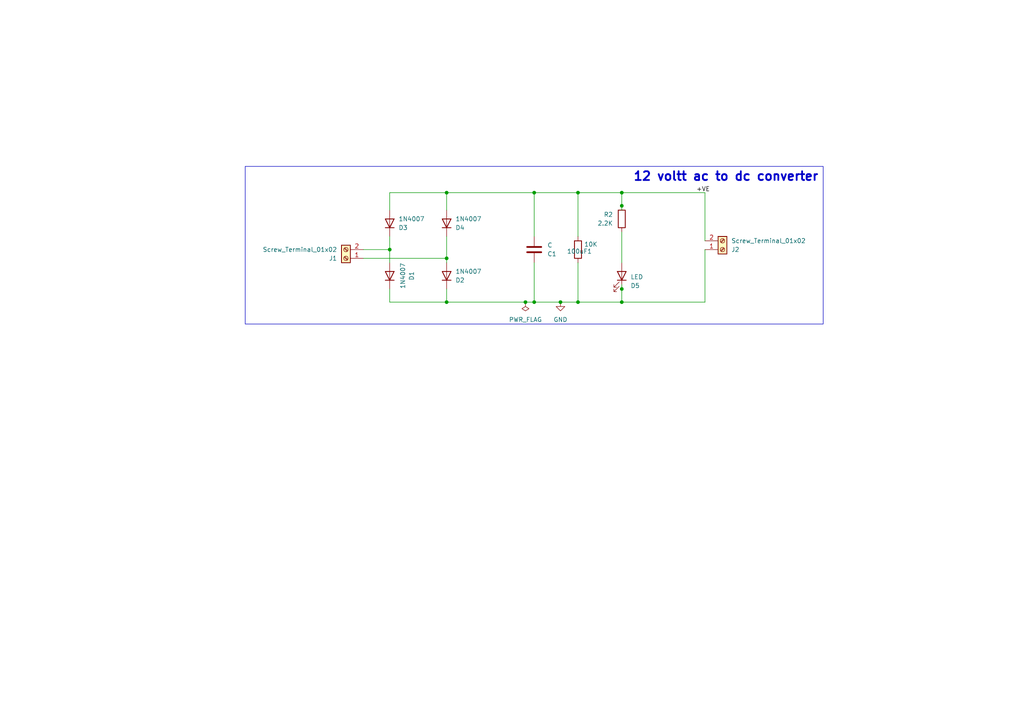
<source format=kicad_sch>
(kicad_sch
	(version 20231120)
	(generator "eeschema")
	(generator_version "8.0")
	(uuid "4e5444ec-5080-4aef-beec-c01bf9012081")
	(paper "A4")
	(title_block
		(title "ACtoDCconverter")
		(date "2024-12-30")
	)
	(lib_symbols
		(symbol "Connector:Screw_Terminal_01x02"
			(pin_names
				(offset 1.016) hide)
			(exclude_from_sim no)
			(in_bom yes)
			(on_board yes)
			(property "Reference" "J"
				(at 0 2.54 0)
				(effects
					(font
						(size 1.27 1.27)
					)
				)
			)
			(property "Value" "Screw_Terminal_01x02"
				(at 0 -5.08 0)
				(effects
					(font
						(size 1.27 1.27)
					)
				)
			)
			(property "Footprint" ""
				(at 0 0 0)
				(effects
					(font
						(size 1.27 1.27)
					)
					(hide yes)
				)
			)
			(property "Datasheet" "~"
				(at 0 0 0)
				(effects
					(font
						(size 1.27 1.27)
					)
					(hide yes)
				)
			)
			(property "Description" "Generic screw terminal, single row, 01x02, script generated (kicad-library-utils/schlib/autogen/connector/)"
				(at 0 0 0)
				(effects
					(font
						(size 1.27 1.27)
					)
					(hide yes)
				)
			)
			(property "ki_keywords" "screw terminal"
				(at 0 0 0)
				(effects
					(font
						(size 1.27 1.27)
					)
					(hide yes)
				)
			)
			(property "ki_fp_filters" "TerminalBlock*:*"
				(at 0 0 0)
				(effects
					(font
						(size 1.27 1.27)
					)
					(hide yes)
				)
			)
			(symbol "Screw_Terminal_01x02_1_1"
				(rectangle
					(start -1.27 1.27)
					(end 1.27 -3.81)
					(stroke
						(width 0.254)
						(type default)
					)
					(fill
						(type background)
					)
				)
				(circle
					(center 0 -2.54)
					(radius 0.635)
					(stroke
						(width 0.1524)
						(type default)
					)
					(fill
						(type none)
					)
				)
				(polyline
					(pts
						(xy -0.5334 -2.2098) (xy 0.3302 -3.048)
					)
					(stroke
						(width 0.1524)
						(type default)
					)
					(fill
						(type none)
					)
				)
				(polyline
					(pts
						(xy -0.5334 0.3302) (xy 0.3302 -0.508)
					)
					(stroke
						(width 0.1524)
						(type default)
					)
					(fill
						(type none)
					)
				)
				(polyline
					(pts
						(xy -0.3556 -2.032) (xy 0.508 -2.8702)
					)
					(stroke
						(width 0.1524)
						(type default)
					)
					(fill
						(type none)
					)
				)
				(polyline
					(pts
						(xy -0.3556 0.508) (xy 0.508 -0.3302)
					)
					(stroke
						(width 0.1524)
						(type default)
					)
					(fill
						(type none)
					)
				)
				(circle
					(center 0 0)
					(radius 0.635)
					(stroke
						(width 0.1524)
						(type default)
					)
					(fill
						(type none)
					)
				)
				(pin passive line
					(at -5.08 0 0)
					(length 3.81)
					(name "Pin_1"
						(effects
							(font
								(size 1.27 1.27)
							)
						)
					)
					(number "1"
						(effects
							(font
								(size 1.27 1.27)
							)
						)
					)
				)
				(pin passive line
					(at -5.08 -2.54 0)
					(length 3.81)
					(name "Pin_2"
						(effects
							(font
								(size 1.27 1.27)
							)
						)
					)
					(number "2"
						(effects
							(font
								(size 1.27 1.27)
							)
						)
					)
				)
			)
		)
		(symbol "Device:C"
			(pin_numbers hide)
			(pin_names
				(offset 0.254)
			)
			(exclude_from_sim no)
			(in_bom yes)
			(on_board yes)
			(property "Reference" "C"
				(at 0.635 2.54 0)
				(effects
					(font
						(size 1.27 1.27)
					)
					(justify left)
				)
			)
			(property "Value" "C"
				(at 0.635 -2.54 0)
				(effects
					(font
						(size 1.27 1.27)
					)
					(justify left)
				)
			)
			(property "Footprint" ""
				(at 0.9652 -3.81 0)
				(effects
					(font
						(size 1.27 1.27)
					)
					(hide yes)
				)
			)
			(property "Datasheet" "~"
				(at 0 0 0)
				(effects
					(font
						(size 1.27 1.27)
					)
					(hide yes)
				)
			)
			(property "Description" "Unpolarized capacitor"
				(at 0 0 0)
				(effects
					(font
						(size 1.27 1.27)
					)
					(hide yes)
				)
			)
			(property "ki_keywords" "cap capacitor"
				(at 0 0 0)
				(effects
					(font
						(size 1.27 1.27)
					)
					(hide yes)
				)
			)
			(property "ki_fp_filters" "C_*"
				(at 0 0 0)
				(effects
					(font
						(size 1.27 1.27)
					)
					(hide yes)
				)
			)
			(symbol "C_0_1"
				(polyline
					(pts
						(xy -2.032 -0.762) (xy 2.032 -0.762)
					)
					(stroke
						(width 0.508)
						(type default)
					)
					(fill
						(type none)
					)
				)
				(polyline
					(pts
						(xy -2.032 0.762) (xy 2.032 0.762)
					)
					(stroke
						(width 0.508)
						(type default)
					)
					(fill
						(type none)
					)
				)
			)
			(symbol "C_1_1"
				(pin passive line
					(at 0 3.81 270)
					(length 2.794)
					(name "~"
						(effects
							(font
								(size 1.27 1.27)
							)
						)
					)
					(number "1"
						(effects
							(font
								(size 1.27 1.27)
							)
						)
					)
				)
				(pin passive line
					(at 0 -3.81 90)
					(length 2.794)
					(name "~"
						(effects
							(font
								(size 1.27 1.27)
							)
						)
					)
					(number "2"
						(effects
							(font
								(size 1.27 1.27)
							)
						)
					)
				)
			)
		)
		(symbol "Device:LED"
			(pin_numbers hide)
			(pin_names
				(offset 1.016) hide)
			(exclude_from_sim no)
			(in_bom yes)
			(on_board yes)
			(property "Reference" "D"
				(at 0 2.54 0)
				(effects
					(font
						(size 1.27 1.27)
					)
				)
			)
			(property "Value" "LED"
				(at 0 -2.54 0)
				(effects
					(font
						(size 1.27 1.27)
					)
				)
			)
			(property "Footprint" ""
				(at 0 0 0)
				(effects
					(font
						(size 1.27 1.27)
					)
					(hide yes)
				)
			)
			(property "Datasheet" "~"
				(at 0 0 0)
				(effects
					(font
						(size 1.27 1.27)
					)
					(hide yes)
				)
			)
			(property "Description" "Light emitting diode"
				(at 0 0 0)
				(effects
					(font
						(size 1.27 1.27)
					)
					(hide yes)
				)
			)
			(property "ki_keywords" "LED diode"
				(at 0 0 0)
				(effects
					(font
						(size 1.27 1.27)
					)
					(hide yes)
				)
			)
			(property "ki_fp_filters" "LED* LED_SMD:* LED_THT:*"
				(at 0 0 0)
				(effects
					(font
						(size 1.27 1.27)
					)
					(hide yes)
				)
			)
			(symbol "LED_0_1"
				(polyline
					(pts
						(xy -1.27 -1.27) (xy -1.27 1.27)
					)
					(stroke
						(width 0.254)
						(type default)
					)
					(fill
						(type none)
					)
				)
				(polyline
					(pts
						(xy -1.27 0) (xy 1.27 0)
					)
					(stroke
						(width 0)
						(type default)
					)
					(fill
						(type none)
					)
				)
				(polyline
					(pts
						(xy 1.27 -1.27) (xy 1.27 1.27) (xy -1.27 0) (xy 1.27 -1.27)
					)
					(stroke
						(width 0.254)
						(type default)
					)
					(fill
						(type none)
					)
				)
				(polyline
					(pts
						(xy -3.048 -0.762) (xy -4.572 -2.286) (xy -3.81 -2.286) (xy -4.572 -2.286) (xy -4.572 -1.524)
					)
					(stroke
						(width 0)
						(type default)
					)
					(fill
						(type none)
					)
				)
				(polyline
					(pts
						(xy -1.778 -0.762) (xy -3.302 -2.286) (xy -2.54 -2.286) (xy -3.302 -2.286) (xy -3.302 -1.524)
					)
					(stroke
						(width 0)
						(type default)
					)
					(fill
						(type none)
					)
				)
			)
			(symbol "LED_1_1"
				(pin passive line
					(at -3.81 0 0)
					(length 2.54)
					(name "K"
						(effects
							(font
								(size 1.27 1.27)
							)
						)
					)
					(number "1"
						(effects
							(font
								(size 1.27 1.27)
							)
						)
					)
				)
				(pin passive line
					(at 3.81 0 180)
					(length 2.54)
					(name "A"
						(effects
							(font
								(size 1.27 1.27)
							)
						)
					)
					(number "2"
						(effects
							(font
								(size 1.27 1.27)
							)
						)
					)
				)
			)
		)
		(symbol "Device:R"
			(pin_numbers hide)
			(pin_names
				(offset 0)
			)
			(exclude_from_sim no)
			(in_bom yes)
			(on_board yes)
			(property "Reference" "R"
				(at 2.032 0 90)
				(effects
					(font
						(size 1.27 1.27)
					)
				)
			)
			(property "Value" "R"
				(at 0 0 90)
				(effects
					(font
						(size 1.27 1.27)
					)
				)
			)
			(property "Footprint" ""
				(at -1.778 0 90)
				(effects
					(font
						(size 1.27 1.27)
					)
					(hide yes)
				)
			)
			(property "Datasheet" "~"
				(at 0 0 0)
				(effects
					(font
						(size 1.27 1.27)
					)
					(hide yes)
				)
			)
			(property "Description" "Resistor"
				(at 0 0 0)
				(effects
					(font
						(size 1.27 1.27)
					)
					(hide yes)
				)
			)
			(property "ki_keywords" "R res resistor"
				(at 0 0 0)
				(effects
					(font
						(size 1.27 1.27)
					)
					(hide yes)
				)
			)
			(property "ki_fp_filters" "R_*"
				(at 0 0 0)
				(effects
					(font
						(size 1.27 1.27)
					)
					(hide yes)
				)
			)
			(symbol "R_0_1"
				(rectangle
					(start -1.016 -2.54)
					(end 1.016 2.54)
					(stroke
						(width 0.254)
						(type default)
					)
					(fill
						(type none)
					)
				)
			)
			(symbol "R_1_1"
				(pin passive line
					(at 0 3.81 270)
					(length 1.27)
					(name "~"
						(effects
							(font
								(size 1.27 1.27)
							)
						)
					)
					(number "1"
						(effects
							(font
								(size 1.27 1.27)
							)
						)
					)
				)
				(pin passive line
					(at 0 -3.81 90)
					(length 1.27)
					(name "~"
						(effects
							(font
								(size 1.27 1.27)
							)
						)
					)
					(number "2"
						(effects
							(font
								(size 1.27 1.27)
							)
						)
					)
				)
			)
		)
		(symbol "Diode:1N4007"
			(pin_numbers hide)
			(pin_names hide)
			(exclude_from_sim no)
			(in_bom yes)
			(on_board yes)
			(property "Reference" "D"
				(at 0 2.54 0)
				(effects
					(font
						(size 1.27 1.27)
					)
				)
			)
			(property "Value" "1N4007"
				(at 0 -2.54 0)
				(effects
					(font
						(size 1.27 1.27)
					)
				)
			)
			(property "Footprint" "Diode_THT:D_DO-41_SOD81_P10.16mm_Horizontal"
				(at 0 -4.445 0)
				(effects
					(font
						(size 1.27 1.27)
					)
					(hide yes)
				)
			)
			(property "Datasheet" "http://www.vishay.com/docs/88503/1n4001.pdf"
				(at 0 0 0)
				(effects
					(font
						(size 1.27 1.27)
					)
					(hide yes)
				)
			)
			(property "Description" "1000V 1A General Purpose Rectifier Diode, DO-41"
				(at 0 0 0)
				(effects
					(font
						(size 1.27 1.27)
					)
					(hide yes)
				)
			)
			(property "Sim.Device" "D"
				(at 0 0 0)
				(effects
					(font
						(size 1.27 1.27)
					)
					(hide yes)
				)
			)
			(property "Sim.Pins" "1=K 2=A"
				(at 0 0 0)
				(effects
					(font
						(size 1.27 1.27)
					)
					(hide yes)
				)
			)
			(property "ki_keywords" "diode"
				(at 0 0 0)
				(effects
					(font
						(size 1.27 1.27)
					)
					(hide yes)
				)
			)
			(property "ki_fp_filters" "D*DO?41*"
				(at 0 0 0)
				(effects
					(font
						(size 1.27 1.27)
					)
					(hide yes)
				)
			)
			(symbol "1N4007_0_1"
				(polyline
					(pts
						(xy -1.27 1.27) (xy -1.27 -1.27)
					)
					(stroke
						(width 0.254)
						(type default)
					)
					(fill
						(type none)
					)
				)
				(polyline
					(pts
						(xy 1.27 0) (xy -1.27 0)
					)
					(stroke
						(width 0)
						(type default)
					)
					(fill
						(type none)
					)
				)
				(polyline
					(pts
						(xy 1.27 1.27) (xy 1.27 -1.27) (xy -1.27 0) (xy 1.27 1.27)
					)
					(stroke
						(width 0.254)
						(type default)
					)
					(fill
						(type none)
					)
				)
			)
			(symbol "1N4007_1_1"
				(pin passive line
					(at -3.81 0 0)
					(length 2.54)
					(name "K"
						(effects
							(font
								(size 1.27 1.27)
							)
						)
					)
					(number "1"
						(effects
							(font
								(size 1.27 1.27)
							)
						)
					)
				)
				(pin passive line
					(at 3.81 0 180)
					(length 2.54)
					(name "A"
						(effects
							(font
								(size 1.27 1.27)
							)
						)
					)
					(number "2"
						(effects
							(font
								(size 1.27 1.27)
							)
						)
					)
				)
			)
		)
		(symbol "power:GND"
			(power)
			(pin_numbers hide)
			(pin_names
				(offset 0) hide)
			(exclude_from_sim no)
			(in_bom yes)
			(on_board yes)
			(property "Reference" "#PWR"
				(at 0 -6.35 0)
				(effects
					(font
						(size 1.27 1.27)
					)
					(hide yes)
				)
			)
			(property "Value" "GND"
				(at 0 -3.81 0)
				(effects
					(font
						(size 1.27 1.27)
					)
				)
			)
			(property "Footprint" ""
				(at 0 0 0)
				(effects
					(font
						(size 1.27 1.27)
					)
					(hide yes)
				)
			)
			(property "Datasheet" ""
				(at 0 0 0)
				(effects
					(font
						(size 1.27 1.27)
					)
					(hide yes)
				)
			)
			(property "Description" "Power symbol creates a global label with name \"GND\" , ground"
				(at 0 0 0)
				(effects
					(font
						(size 1.27 1.27)
					)
					(hide yes)
				)
			)
			(property "ki_keywords" "global power"
				(at 0 0 0)
				(effects
					(font
						(size 1.27 1.27)
					)
					(hide yes)
				)
			)
			(symbol "GND_0_1"
				(polyline
					(pts
						(xy 0 0) (xy 0 -1.27) (xy 1.27 -1.27) (xy 0 -2.54) (xy -1.27 -1.27) (xy 0 -1.27)
					)
					(stroke
						(width 0)
						(type default)
					)
					(fill
						(type none)
					)
				)
			)
			(symbol "GND_1_1"
				(pin power_in line
					(at 0 0 270)
					(length 0)
					(name "~"
						(effects
							(font
								(size 1.27 1.27)
							)
						)
					)
					(number "1"
						(effects
							(font
								(size 1.27 1.27)
							)
						)
					)
				)
			)
		)
		(symbol "power:PWR_FLAG"
			(power)
			(pin_numbers hide)
			(pin_names
				(offset 0) hide)
			(exclude_from_sim no)
			(in_bom yes)
			(on_board yes)
			(property "Reference" "#FLG"
				(at 0 1.905 0)
				(effects
					(font
						(size 1.27 1.27)
					)
					(hide yes)
				)
			)
			(property "Value" "PWR_FLAG"
				(at 0 3.81 0)
				(effects
					(font
						(size 1.27 1.27)
					)
				)
			)
			(property "Footprint" ""
				(at 0 0 0)
				(effects
					(font
						(size 1.27 1.27)
					)
					(hide yes)
				)
			)
			(property "Datasheet" "~"
				(at 0 0 0)
				(effects
					(font
						(size 1.27 1.27)
					)
					(hide yes)
				)
			)
			(property "Description" "Special symbol for telling ERC where power comes from"
				(at 0 0 0)
				(effects
					(font
						(size 1.27 1.27)
					)
					(hide yes)
				)
			)
			(property "ki_keywords" "flag power"
				(at 0 0 0)
				(effects
					(font
						(size 1.27 1.27)
					)
					(hide yes)
				)
			)
			(symbol "PWR_FLAG_0_0"
				(pin power_out line
					(at 0 0 90)
					(length 0)
					(name "~"
						(effects
							(font
								(size 1.27 1.27)
							)
						)
					)
					(number "1"
						(effects
							(font
								(size 1.27 1.27)
							)
						)
					)
				)
			)
			(symbol "PWR_FLAG_0_1"
				(polyline
					(pts
						(xy 0 0) (xy 0 1.27) (xy -1.016 1.905) (xy 0 2.54) (xy 1.016 1.905) (xy 0 1.27)
					)
					(stroke
						(width 0)
						(type default)
					)
					(fill
						(type none)
					)
				)
			)
		)
	)
	(junction
		(at 113.03 72.39)
		(diameter 0)
		(color 0 0 0 0)
		(uuid "0bbbb235-d7e7-420a-ad66-198954d1da9a")
	)
	(junction
		(at 129.54 87.63)
		(diameter 0)
		(color 0 0 0 0)
		(uuid "0d7a2dde-2702-4daf-a4dd-0bd297107b56")
	)
	(junction
		(at 154.94 87.63)
		(diameter 0)
		(color 0 0 0 0)
		(uuid "243a0921-5b37-429f-965a-fa39d5cc689e")
	)
	(junction
		(at 129.54 55.88)
		(diameter 0)
		(color 0 0 0 0)
		(uuid "3dc7a9e7-25d6-4184-b4f1-99f669b46ae6")
	)
	(junction
		(at 180.34 59.69)
		(diameter 0)
		(color 0 0 0 0)
		(uuid "55a09ac9-c206-4b05-b5dd-833d5c3be27f")
	)
	(junction
		(at 167.64 55.88)
		(diameter 0)
		(color 0 0 0 0)
		(uuid "8d6d779a-c96e-417d-a8cd-83645445962d")
	)
	(junction
		(at 154.94 55.88)
		(diameter 0)
		(color 0 0 0 0)
		(uuid "b0f6dfc9-d0fc-499e-b8e7-c1f01975b975")
	)
	(junction
		(at 180.34 87.63)
		(diameter 0)
		(color 0 0 0 0)
		(uuid "c1e16ab0-bdc9-44cb-b19b-1b7c13054354")
	)
	(junction
		(at 152.4 87.63)
		(diameter 0)
		(color 0 0 0 0)
		(uuid "c403039b-4ac3-4018-b159-5e030a0371fd")
	)
	(junction
		(at 180.34 83.82)
		(diameter 0)
		(color 0 0 0 0)
		(uuid "c72b24c9-8741-42ce-b28f-5e72651e767c")
	)
	(junction
		(at 162.56 87.63)
		(diameter 0)
		(color 0 0 0 0)
		(uuid "d2cc88f5-352b-4a2a-8c4f-55d127448ca6")
	)
	(junction
		(at 167.64 87.63)
		(diameter 0)
		(color 0 0 0 0)
		(uuid "db4f186e-a571-472f-b69c-f8abeeb0fc9e")
	)
	(junction
		(at 129.54 74.93)
		(diameter 0)
		(color 0 0 0 0)
		(uuid "e84ca202-9ad3-4d01-9a0b-5f5c73a027c5")
	)
	(junction
		(at 180.34 55.88)
		(diameter 0)
		(color 0 0 0 0)
		(uuid "e9bb7fa8-1fb7-421c-af08-1f1aac3be3fb")
	)
	(wire
		(pts
			(xy 167.64 76.2) (xy 167.64 87.63)
		)
		(stroke
			(width 0)
			(type default)
		)
		(uuid "0aadee82-57d8-4f50-8079-a8c6ebd11341")
	)
	(wire
		(pts
			(xy 180.34 76.2) (xy 180.34 67.31)
		)
		(stroke
			(width 0)
			(type default)
		)
		(uuid "11188457-7cfd-4a75-a868-c7086c78342d")
	)
	(wire
		(pts
			(xy 162.56 87.63) (xy 167.64 87.63)
		)
		(stroke
			(width 0)
			(type default)
		)
		(uuid "127b8b96-e665-4d8b-a53c-579b8ed933e8")
	)
	(wire
		(pts
			(xy 180.34 82.55) (xy 180.34 83.82)
		)
		(stroke
			(width 0)
			(type default)
		)
		(uuid "18b6b926-2b3f-4445-b970-7e03776af4b1")
	)
	(wire
		(pts
			(xy 113.03 87.63) (xy 129.54 87.63)
		)
		(stroke
			(width 0)
			(type default)
		)
		(uuid "1a0c1cb1-22ec-414b-99dd-a1cc2dfb7925")
	)
	(wire
		(pts
			(xy 180.34 59.69) (xy 180.34 55.88)
		)
		(stroke
			(width 0)
			(type default)
		)
		(uuid "1f92c75f-c428-4d3c-a4cb-93e0d49d390e")
	)
	(wire
		(pts
			(xy 113.03 55.88) (xy 129.54 55.88)
		)
		(stroke
			(width 0)
			(type default)
		)
		(uuid "1fa43a69-e4c3-4908-94d0-cd97dde220d3")
	)
	(wire
		(pts
			(xy 113.03 72.39) (xy 113.03 68.58)
		)
		(stroke
			(width 0)
			(type default)
		)
		(uuid "23db8a48-b802-4e88-b15b-3b7dce8fc728")
	)
	(wire
		(pts
			(xy 129.54 87.63) (xy 152.4 87.63)
		)
		(stroke
			(width 0)
			(type default)
		)
		(uuid "2c04a509-1a80-4ea9-8dd1-2e4dc9aff3f8")
	)
	(wire
		(pts
			(xy 167.64 87.63) (xy 180.34 87.63)
		)
		(stroke
			(width 0)
			(type default)
		)
		(uuid "39c2cb14-c767-4159-80d0-bedcd9050c5c")
	)
	(wire
		(pts
			(xy 129.54 76.2) (xy 129.54 74.93)
		)
		(stroke
			(width 0)
			(type default)
		)
		(uuid "3abd995a-f552-46f6-95b7-5998493af44f")
	)
	(wire
		(pts
			(xy 154.94 55.88) (xy 167.64 55.88)
		)
		(stroke
			(width 0)
			(type default)
		)
		(uuid "3f1aef0d-16c2-4b0c-a724-6d010b786560")
	)
	(wire
		(pts
			(xy 113.03 60.96) (xy 113.03 55.88)
		)
		(stroke
			(width 0)
			(type default)
		)
		(uuid "43405fb7-b65a-43f8-8d31-5751fab2b703")
	)
	(wire
		(pts
			(xy 180.34 60.96) (xy 180.34 59.69)
		)
		(stroke
			(width 0)
			(type default)
		)
		(uuid "4efd4663-90d5-4db3-86ce-6ad7a2c517b8")
	)
	(wire
		(pts
			(xy 204.47 72.39) (xy 204.47 87.63)
		)
		(stroke
			(width 0)
			(type default)
		)
		(uuid "611bc404-8a6e-48ba-8851-f4ed6dbe84f6")
	)
	(wire
		(pts
			(xy 113.03 76.2) (xy 113.03 72.39)
		)
		(stroke
			(width 0)
			(type default)
		)
		(uuid "69d724ed-0da3-41c4-a3ba-9e317093b83b")
	)
	(wire
		(pts
			(xy 129.54 74.93) (xy 129.54 68.58)
		)
		(stroke
			(width 0)
			(type default)
		)
		(uuid "6a9104aa-856b-481a-9115-cca8e833f7f8")
	)
	(wire
		(pts
			(xy 152.4 87.63) (xy 154.94 87.63)
		)
		(stroke
			(width 0)
			(type default)
		)
		(uuid "7576182b-0842-4039-bac5-88790fae951d")
	)
	(wire
		(pts
			(xy 180.34 55.88) (xy 204.47 55.88)
		)
		(stroke
			(width 0)
			(type default)
		)
		(uuid "7abfaa85-7d6f-4aa4-821f-a37ffbabd7d7")
	)
	(wire
		(pts
			(xy 154.94 68.58) (xy 154.94 55.88)
		)
		(stroke
			(width 0)
			(type default)
		)
		(uuid "7e651571-789d-4400-96e3-4f67f611ecc2")
	)
	(wire
		(pts
			(xy 154.94 87.63) (xy 154.94 76.2)
		)
		(stroke
			(width 0)
			(type default)
		)
		(uuid "88035cf8-5eba-496e-a033-b2fbf1e8d369")
	)
	(wire
		(pts
			(xy 167.64 68.58) (xy 167.64 55.88)
		)
		(stroke
			(width 0)
			(type default)
		)
		(uuid "946a866c-61cf-4a77-909e-bc30faa3c1f7")
	)
	(wire
		(pts
			(xy 167.64 55.88) (xy 180.34 55.88)
		)
		(stroke
			(width 0)
			(type default)
		)
		(uuid "9be74868-d3c5-4d0a-b5e9-0916963e1719")
	)
	(wire
		(pts
			(xy 154.94 87.63) (xy 162.56 87.63)
		)
		(stroke
			(width 0)
			(type default)
		)
		(uuid "9c61e365-edec-4afa-bb90-791c2880c03e")
	)
	(wire
		(pts
			(xy 105.41 74.93) (xy 129.54 74.93)
		)
		(stroke
			(width 0)
			(type default)
		)
		(uuid "a2ba87c8-ce3d-4b30-a161-e004783394f5")
	)
	(wire
		(pts
			(xy 105.41 72.39) (xy 113.03 72.39)
		)
		(stroke
			(width 0)
			(type default)
		)
		(uuid "a8d60449-b56a-4899-ac47-af84cb25e6d9")
	)
	(wire
		(pts
			(xy 113.03 83.82) (xy 113.03 87.63)
		)
		(stroke
			(width 0)
			(type default)
		)
		(uuid "ae2452ce-9a97-45ba-a135-57374dbb8635")
	)
	(wire
		(pts
			(xy 180.34 87.63) (xy 180.34 83.82)
		)
		(stroke
			(width 0)
			(type default)
		)
		(uuid "ae491f40-25fc-48ff-bb2e-d0b6d22c6bf2")
	)
	(wire
		(pts
			(xy 204.47 55.88) (xy 204.47 69.85)
		)
		(stroke
			(width 0)
			(type default)
		)
		(uuid "b76d6dab-8fe1-4838-a0c3-a3d266819d66")
	)
	(wire
		(pts
			(xy 129.54 87.63) (xy 129.54 83.82)
		)
		(stroke
			(width 0)
			(type default)
		)
		(uuid "d5118a5f-ce91-4c87-a3d1-9e6cf26bf860")
	)
	(wire
		(pts
			(xy 129.54 60.96) (xy 129.54 55.88)
		)
		(stroke
			(width 0)
			(type default)
		)
		(uuid "df5f7f52-666d-471a-bdd2-5f6b39d246dc")
	)
	(wire
		(pts
			(xy 129.54 55.88) (xy 154.94 55.88)
		)
		(stroke
			(width 0)
			(type default)
		)
		(uuid "e42e6c7d-6d96-4e7c-9426-87df63b366af")
	)
	(wire
		(pts
			(xy 204.47 87.63) (xy 180.34 87.63)
		)
		(stroke
			(width 0)
			(type default)
		)
		(uuid "f20bbb5c-2351-46c3-b207-de0a19ddf9da")
	)
	(rectangle
		(start 71.12 48.26)
		(end 238.76 93.98)
		(stroke
			(width 0)
			(type default)
		)
		(fill
			(type none)
		)
		(uuid 3234039e-b402-4e5c-9e83-22cbc00c2663)
	)
	(text "12 voltt ac to dc converter"
		(exclude_from_sim no)
		(at 210.566 51.308 0)
		(effects
			(font
				(size 2.54 2.54)
				(thickness 0.508)
				(bold yes)
			)
		)
		(uuid "875c3450-c167-442f-a724-637971f88fd3")
	)
	(label "+VE"
		(at 201.93 55.88 0)
		(fields_autoplaced yes)
		(effects
			(font
				(size 1.27 1.27)
			)
			(justify left bottom)
		)
		(uuid "6c971dca-6748-48c2-9e91-1b1783381a01")
	)
	(symbol
		(lib_id "power:GND")
		(at 162.56 87.63 0)
		(mirror y)
		(unit 1)
		(exclude_from_sim no)
		(in_bom yes)
		(on_board yes)
		(dnp no)
		(fields_autoplaced yes)
		(uuid "048d1931-9ce2-4418-ba94-031ecd1a285c")
		(property "Reference" "#PWR01"
			(at 162.56 93.98 0)
			(effects
				(font
					(size 1.27 1.27)
				)
				(hide yes)
			)
		)
		(property "Value" "GND"
			(at 162.56 92.71 0)
			(effects
				(font
					(size 1.27 1.27)
				)
			)
		)
		(property "Footprint" ""
			(at 162.56 87.63 0)
			(effects
				(font
					(size 1.27 1.27)
				)
				(hide yes)
			)
		)
		(property "Datasheet" ""
			(at 162.56 87.63 0)
			(effects
				(font
					(size 1.27 1.27)
				)
				(hide yes)
			)
		)
		(property "Description" "Power symbol creates a global label with name \"GND\" , ground"
			(at 162.56 87.63 0)
			(effects
				(font
					(size 1.27 1.27)
				)
				(hide yes)
			)
		)
		(pin "1"
			(uuid "4cba84e8-7fa7-4490-952b-ea46faa72277")
		)
		(instances
			(project ""
				(path "/4e5444ec-5080-4aef-beec-c01bf9012081"
					(reference "#PWR01")
					(unit 1)
				)
			)
		)
	)
	(symbol
		(lib_id "Diode:1N4007")
		(at 113.03 80.01 270)
		(mirror x)
		(unit 1)
		(exclude_from_sim no)
		(in_bom yes)
		(on_board yes)
		(dnp no)
		(uuid "54dc304a-99f3-400c-9534-1e3e4c294548")
		(property "Reference" "D1"
			(at 119.38 80.01 0)
			(effects
				(font
					(size 1.27 1.27)
				)
			)
		)
		(property "Value" "1N4007"
			(at 116.84 80.01 0)
			(effects
				(font
					(size 1.27 1.27)
				)
			)
		)
		(property "Footprint" "Diode_THT:D_DO-41_SOD81_P10.16mm_Horizontal"
			(at 108.585 80.01 0)
			(effects
				(font
					(size 1.27 1.27)
				)
				(hide yes)
			)
		)
		(property "Datasheet" "http://www.vishay.com/docs/88503/1n4001.pdf"
			(at 113.03 80.01 0)
			(effects
				(font
					(size 1.27 1.27)
				)
				(hide yes)
			)
		)
		(property "Description" "1000V 1A General Purpose Rectifier Diode, DO-41"
			(at 113.03 80.01 0)
			(effects
				(font
					(size 1.27 1.27)
				)
				(hide yes)
			)
		)
		(property "Sim.Device" "D"
			(at 113.03 80.01 0)
			(effects
				(font
					(size 1.27 1.27)
				)
				(hide yes)
			)
		)
		(property "Sim.Pins" "1=K 2=A"
			(at 113.03 80.01 0)
			(effects
				(font
					(size 1.27 1.27)
				)
				(hide yes)
			)
		)
		(pin "2"
			(uuid "f87aebaa-3893-4873-a37e-5c0812b8fbe1")
		)
		(pin "1"
			(uuid "e9e5fdb4-a637-4789-b543-75fe2e9643a8")
		)
		(instances
			(project ""
				(path "/4e5444ec-5080-4aef-beec-c01bf9012081"
					(reference "D1")
					(unit 1)
				)
			)
		)
	)
	(symbol
		(lib_id "Device:C")
		(at 154.94 72.39 0)
		(mirror x)
		(unit 1)
		(exclude_from_sim no)
		(in_bom yes)
		(on_board yes)
		(dnp no)
		(fields_autoplaced yes)
		(uuid "733d15bb-0e4d-4115-8c6f-e952a7307ac0")
		(property "Reference" "C1"
			(at 158.75 73.6601 0)
			(effects
				(font
					(size 1.27 1.27)
				)
				(justify left)
			)
		)
		(property "Value" "C"
			(at 158.75 71.1201 0)
			(effects
				(font
					(size 1.27 1.27)
				)
				(justify left)
			)
		)
		(property "Footprint" "Capacitor_THT:CP_Radial_D8.0mm_P3.80mm"
			(at 155.9052 68.58 0)
			(effects
				(font
					(size 1.27 1.27)
				)
				(hide yes)
			)
		)
		(property "Datasheet" "~"
			(at 154.94 72.39 0)
			(effects
				(font
					(size 1.27 1.27)
				)
				(hide yes)
			)
		)
		(property "Description" "Unpolarized capacitor"
			(at 154.94 72.39 0)
			(effects
				(font
					(size 1.27 1.27)
				)
				(hide yes)
			)
		)
		(pin "1"
			(uuid "2f0c56bc-c60a-4e7c-b3be-3dc004f36a4d")
		)
		(pin "2"
			(uuid "a97b2084-1df7-4d0c-bd03-3c6d26c7801e")
		)
		(instances
			(project ""
				(path "/4e5444ec-5080-4aef-beec-c01bf9012081"
					(reference "C1")
					(unit 1)
				)
			)
		)
	)
	(symbol
		(lib_id "Connector:Screw_Terminal_01x02")
		(at 100.33 74.93 180)
		(unit 1)
		(exclude_from_sim no)
		(in_bom yes)
		(on_board yes)
		(dnp no)
		(uuid "7d0c28c0-d421-4321-ada1-cb8529d5f59e")
		(property "Reference" "J1"
			(at 97.79 74.9301 0)
			(effects
				(font
					(size 1.27 1.27)
				)
				(justify left)
			)
		)
		(property "Value" "Screw_Terminal_01x02"
			(at 97.79 72.3901 0)
			(effects
				(font
					(size 1.27 1.27)
				)
				(justify left)
			)
		)
		(property "Footprint" "TerminalBlock:TerminalBlock_MaiXu_MX126-5.0-02P_1x02_P5.00mm"
			(at 100.33 74.93 0)
			(effects
				(font
					(size 1.27 1.27)
				)
				(hide yes)
			)
		)
		(property "Datasheet" "~"
			(at 100.33 74.93 0)
			(effects
				(font
					(size 1.27 1.27)
				)
				(hide yes)
			)
		)
		(property "Description" "Generic screw terminal, single row, 01x02, script generated (kicad-library-utils/schlib/autogen/connector/)"
			(at 100.33 74.93 0)
			(effects
				(font
					(size 1.27 1.27)
				)
				(hide yes)
			)
		)
		(pin "1"
			(uuid "cdb2a1ed-d0cb-4921-9ddc-50d8c6bd15da")
		)
		(pin "2"
			(uuid "b2176c77-d8a8-45df-9856-e76e0ef2109b")
		)
		(instances
			(project ""
				(path "/4e5444ec-5080-4aef-beec-c01bf9012081"
					(reference "J1")
					(unit 1)
				)
			)
		)
	)
	(symbol
		(lib_id "Diode:1N4007")
		(at 113.03 64.77 270)
		(mirror x)
		(unit 1)
		(exclude_from_sim no)
		(in_bom yes)
		(on_board yes)
		(dnp no)
		(fields_autoplaced yes)
		(uuid "7ffb5a56-ae6c-449d-84c9-0c1b50bf2afb")
		(property "Reference" "D3"
			(at 115.57 66.0401 90)
			(effects
				(font
					(size 1.27 1.27)
				)
				(justify left)
			)
		)
		(property "Value" "1N4007"
			(at 115.57 63.5001 90)
			(effects
				(font
					(size 1.27 1.27)
				)
				(justify left)
			)
		)
		(property "Footprint" "Diode_THT:D_DO-41_SOD81_P10.16mm_Horizontal"
			(at 108.585 64.77 0)
			(effects
				(font
					(size 1.27 1.27)
				)
				(hide yes)
			)
		)
		(property "Datasheet" "http://www.vishay.com/docs/88503/1n4001.pdf"
			(at 113.03 64.77 0)
			(effects
				(font
					(size 1.27 1.27)
				)
				(hide yes)
			)
		)
		(property "Description" "1000V 1A General Purpose Rectifier Diode, DO-41"
			(at 113.03 64.77 0)
			(effects
				(font
					(size 1.27 1.27)
				)
				(hide yes)
			)
		)
		(property "Sim.Device" "D"
			(at 113.03 64.77 0)
			(effects
				(font
					(size 1.27 1.27)
				)
				(hide yes)
			)
		)
		(property "Sim.Pins" "1=K 2=A"
			(at 113.03 64.77 0)
			(effects
				(font
					(size 1.27 1.27)
				)
				(hide yes)
			)
		)
		(pin "2"
			(uuid "ff110578-ff31-4584-a581-5cf9c24efbe7")
		)
		(pin "1"
			(uuid "5d9a4b79-f761-4609-a674-6974087dd922")
		)
		(instances
			(project "AC TO DC CONVERTER"
				(path "/4e5444ec-5080-4aef-beec-c01bf9012081"
					(reference "D3")
					(unit 1)
				)
			)
		)
	)
	(symbol
		(lib_id "Device:R")
		(at 167.64 72.39 0)
		(mirror x)
		(unit 1)
		(exclude_from_sim no)
		(in_bom yes)
		(on_board yes)
		(dnp no)
		(uuid "a73503bf-ac7f-4d41-809b-15a814ca3c07")
		(property "Reference" "100uF1"
			(at 171.704 72.898 0)
			(effects
				(font
					(size 1.27 1.27)
				)
				(justify right)
			)
		)
		(property "Value" "10K"
			(at 169.418 70.866 0)
			(effects
				(font
					(size 1.27 1.27)
				)
				(justify left)
			)
		)
		(property "Footprint" "Resistor_THT:R_Axial_DIN0207_L6.3mm_D2.5mm_P7.62mm_Horizontal"
			(at 165.862 72.39 90)
			(effects
				(font
					(size 1.27 1.27)
				)
				(hide yes)
			)
		)
		(property "Datasheet" "~"
			(at 167.64 72.39 0)
			(effects
				(font
					(size 1.27 1.27)
				)
				(hide yes)
			)
		)
		(property "Description" "Resistor"
			(at 167.64 72.39 0)
			(effects
				(font
					(size 1.27 1.27)
				)
				(hide yes)
			)
		)
		(pin "1"
			(uuid "8866aced-18c2-44d2-b202-134c8976d8ee")
		)
		(pin "2"
			(uuid "79c54210-9207-46ed-878f-9cad9886681b")
		)
		(instances
			(project ""
				(path "/4e5444ec-5080-4aef-beec-c01bf9012081"
					(reference "100uF1")
					(unit 1)
				)
			)
		)
	)
	(symbol
		(lib_id "Diode:1N4007")
		(at 129.54 80.01 270)
		(mirror x)
		(unit 1)
		(exclude_from_sim no)
		(in_bom yes)
		(on_board yes)
		(dnp no)
		(fields_autoplaced yes)
		(uuid "b285124e-91c3-4f50-a104-89554e0716d2")
		(property "Reference" "D2"
			(at 132.08 81.2801 90)
			(effects
				(font
					(size 1.27 1.27)
				)
				(justify left)
			)
		)
		(property "Value" "1N4007"
			(at 132.08 78.7401 90)
			(effects
				(font
					(size 1.27 1.27)
				)
				(justify left)
			)
		)
		(property "Footprint" "Diode_THT:D_DO-41_SOD81_P10.16mm_Horizontal"
			(at 125.095 80.01 0)
			(effects
				(font
					(size 1.27 1.27)
				)
				(hide yes)
			)
		)
		(property "Datasheet" "http://www.vishay.com/docs/88503/1n4001.pdf"
			(at 129.54 80.01 0)
			(effects
				(font
					(size 1.27 1.27)
				)
				(hide yes)
			)
		)
		(property "Description" "1000V 1A General Purpose Rectifier Diode, DO-41"
			(at 129.54 80.01 0)
			(effects
				(font
					(size 1.27 1.27)
				)
				(hide yes)
			)
		)
		(property "Sim.Device" "D"
			(at 129.54 80.01 0)
			(effects
				(font
					(size 1.27 1.27)
				)
				(hide yes)
			)
		)
		(property "Sim.Pins" "1=K 2=A"
			(at 129.54 80.01 0)
			(effects
				(font
					(size 1.27 1.27)
				)
				(hide yes)
			)
		)
		(pin "2"
			(uuid "9e01d2eb-7989-469c-959d-dc72213d0302")
		)
		(pin "1"
			(uuid "19f17058-9ce5-4645-aba3-4bb1b56d0bc2")
		)
		(instances
			(project "AC TO DC CONVERTER"
				(path "/4e5444ec-5080-4aef-beec-c01bf9012081"
					(reference "D2")
					(unit 1)
				)
			)
		)
	)
	(symbol
		(lib_id "Connector:Screw_Terminal_01x02")
		(at 209.55 72.39 0)
		(mirror x)
		(unit 1)
		(exclude_from_sim no)
		(in_bom yes)
		(on_board yes)
		(dnp no)
		(uuid "be0d3a0d-fd45-46a9-a318-9a6ee47e2775")
		(property "Reference" "J2"
			(at 212.09 72.3901 0)
			(effects
				(font
					(size 1.27 1.27)
				)
				(justify left)
			)
		)
		(property "Value" "Screw_Terminal_01x02"
			(at 212.09 69.8501 0)
			(effects
				(font
					(size 1.27 1.27)
				)
				(justify left)
			)
		)
		(property "Footprint" "TerminalBlock:TerminalBlock_MaiXu_MX126-5.0-02P_1x02_P5.00mm"
			(at 209.55 72.39 0)
			(effects
				(font
					(size 1.27 1.27)
				)
				(hide yes)
			)
		)
		(property "Datasheet" "~"
			(at 209.55 72.39 0)
			(effects
				(font
					(size 1.27 1.27)
				)
				(hide yes)
			)
		)
		(property "Description" "Generic screw terminal, single row, 01x02, script generated (kicad-library-utils/schlib/autogen/connector/)"
			(at 209.55 72.39 0)
			(effects
				(font
					(size 1.27 1.27)
				)
				(hide yes)
			)
		)
		(pin "1"
			(uuid "29d778c4-3dc7-4271-b0b2-860cb41c1c1b")
		)
		(pin "2"
			(uuid "c033d89a-13d4-4be8-9fe4-f181c0ed7c46")
		)
		(instances
			(project "AC TO DC CONVERTER"
				(path "/4e5444ec-5080-4aef-beec-c01bf9012081"
					(reference "J2")
					(unit 1)
				)
			)
		)
	)
	(symbol
		(lib_id "Device:R")
		(at 180.34 63.5 0)
		(mirror x)
		(unit 1)
		(exclude_from_sim no)
		(in_bom yes)
		(on_board yes)
		(dnp no)
		(fields_autoplaced yes)
		(uuid "e9e2b075-ce2b-44ca-9b5a-650ebb415d6f")
		(property "Reference" "R2"
			(at 177.8 62.2299 0)
			(effects
				(font
					(size 1.27 1.27)
				)
				(justify right)
			)
		)
		(property "Value" "2.2K"
			(at 177.8 64.7699 0)
			(effects
				(font
					(size 1.27 1.27)
				)
				(justify right)
			)
		)
		(property "Footprint" "Resistor_THT:R_Axial_DIN0207_L6.3mm_D2.5mm_P7.62mm_Horizontal"
			(at 178.562 63.5 90)
			(effects
				(font
					(size 1.27 1.27)
				)
				(hide yes)
			)
		)
		(property "Datasheet" "~"
			(at 180.34 63.5 0)
			(effects
				(font
					(size 1.27 1.27)
				)
				(hide yes)
			)
		)
		(property "Description" "Resistor"
			(at 180.34 63.5 0)
			(effects
				(font
					(size 1.27 1.27)
				)
				(hide yes)
			)
		)
		(pin "1"
			(uuid "06b4901d-2de2-46e5-b641-15c8554ea776")
		)
		(pin "2"
			(uuid "6b5d3cc9-c3b0-4cb9-a9e0-44cb6ad5c34d")
		)
		(instances
			(project "AC TO DC CONVERTER"
				(path "/4e5444ec-5080-4aef-beec-c01bf9012081"
					(reference "R2")
					(unit 1)
				)
			)
		)
	)
	(symbol
		(lib_id "Diode:1N4007")
		(at 129.54 64.77 270)
		(mirror x)
		(unit 1)
		(exclude_from_sim no)
		(in_bom yes)
		(on_board yes)
		(dnp no)
		(fields_autoplaced yes)
		(uuid "ee0a18d5-f333-4bad-ae3f-5f0a61a848d5")
		(property "Reference" "D4"
			(at 132.08 66.0401 90)
			(effects
				(font
					(size 1.27 1.27)
				)
				(justify left)
			)
		)
		(property "Value" "1N4007"
			(at 132.08 63.5001 90)
			(effects
				(font
					(size 1.27 1.27)
				)
				(justify left)
			)
		)
		(property "Footprint" "Diode_THT:D_DO-41_SOD81_P10.16mm_Horizontal"
			(at 125.095 64.77 0)
			(effects
				(font
					(size 1.27 1.27)
				)
				(hide yes)
			)
		)
		(property "Datasheet" "http://www.vishay.com/docs/88503/1n4001.pdf"
			(at 129.54 64.77 0)
			(effects
				(font
					(size 1.27 1.27)
				)
				(hide yes)
			)
		)
		(property "Description" "1000V 1A General Purpose Rectifier Diode, DO-41"
			(at 129.54 64.77 0)
			(effects
				(font
					(size 1.27 1.27)
				)
				(hide yes)
			)
		)
		(property "Sim.Device" "D"
			(at 129.54 64.77 0)
			(effects
				(font
					(size 1.27 1.27)
				)
				(hide yes)
			)
		)
		(property "Sim.Pins" "1=K 2=A"
			(at 129.54 64.77 0)
			(effects
				(font
					(size 1.27 1.27)
				)
				(hide yes)
			)
		)
		(pin "2"
			(uuid "265dd5c2-d28b-4a2d-9c7b-95c74df48703")
		)
		(pin "1"
			(uuid "568a825d-6e7c-4caf-aa15-700c1ea8a762")
		)
		(instances
			(project "AC TO DC CONVERTER"
				(path "/4e5444ec-5080-4aef-beec-c01bf9012081"
					(reference "D4")
					(unit 1)
				)
			)
		)
	)
	(symbol
		(lib_id "power:PWR_FLAG")
		(at 152.4 87.63 180)
		(unit 1)
		(exclude_from_sim no)
		(in_bom yes)
		(on_board yes)
		(dnp no)
		(fields_autoplaced yes)
		(uuid "f7b7ea1e-66d4-465f-90b2-729f451055e5")
		(property "Reference" "#FLG01"
			(at 152.4 89.535 0)
			(effects
				(font
					(size 1.27 1.27)
				)
				(hide yes)
			)
		)
		(property "Value" "PWR_FLAG"
			(at 152.4 92.71 0)
			(effects
				(font
					(size 1.27 1.27)
				)
			)
		)
		(property "Footprint" ""
			(at 152.4 87.63 0)
			(effects
				(font
					(size 1.27 1.27)
				)
				(hide yes)
			)
		)
		(property "Datasheet" "~"
			(at 152.4 87.63 0)
			(effects
				(font
					(size 1.27 1.27)
				)
				(hide yes)
			)
		)
		(property "Description" "Special symbol for telling ERC where power comes from"
			(at 152.4 87.63 0)
			(effects
				(font
					(size 1.27 1.27)
				)
				(hide yes)
			)
		)
		(pin "1"
			(uuid "b656686b-bf01-4444-8071-0d86c19dff46")
		)
		(instances
			(project ""
				(path "/4e5444ec-5080-4aef-beec-c01bf9012081"
					(reference "#FLG01")
					(unit 1)
				)
			)
		)
	)
	(symbol
		(lib_id "Device:LED")
		(at 180.34 80.01 270)
		(mirror x)
		(unit 1)
		(exclude_from_sim no)
		(in_bom yes)
		(on_board yes)
		(dnp no)
		(fields_autoplaced yes)
		(uuid "ff3ef403-6bd2-464d-bfbc-b4348aad8b50")
		(property "Reference" "D5"
			(at 182.88 82.8676 90)
			(effects
				(font
					(size 1.27 1.27)
				)
				(justify left)
			)
		)
		(property "Value" "LED"
			(at 182.88 80.3276 90)
			(effects
				(font
					(size 1.27 1.27)
				)
				(justify left)
			)
		)
		(property "Footprint" "LED_THT:LED_D5.0mm"
			(at 180.34 80.01 0)
			(effects
				(font
					(size 1.27 1.27)
				)
				(hide yes)
			)
		)
		(property "Datasheet" "~"
			(at 180.34 80.01 0)
			(effects
				(font
					(size 1.27 1.27)
				)
				(hide yes)
			)
		)
		(property "Description" "Light emitting diode"
			(at 180.34 80.01 0)
			(effects
				(font
					(size 1.27 1.27)
				)
				(hide yes)
			)
		)
		(pin "2"
			(uuid "521a29fa-da6c-4a63-bd6a-50812de83a29")
		)
		(pin "1"
			(uuid "ed8629a7-1770-4ad4-a3e5-13e4920dd45e")
		)
		(instances
			(project ""
				(path "/4e5444ec-5080-4aef-beec-c01bf9012081"
					(reference "D5")
					(unit 1)
				)
			)
		)
	)
	(sheet_instances
		(path "/"
			(page "1")
		)
	)
)

</source>
